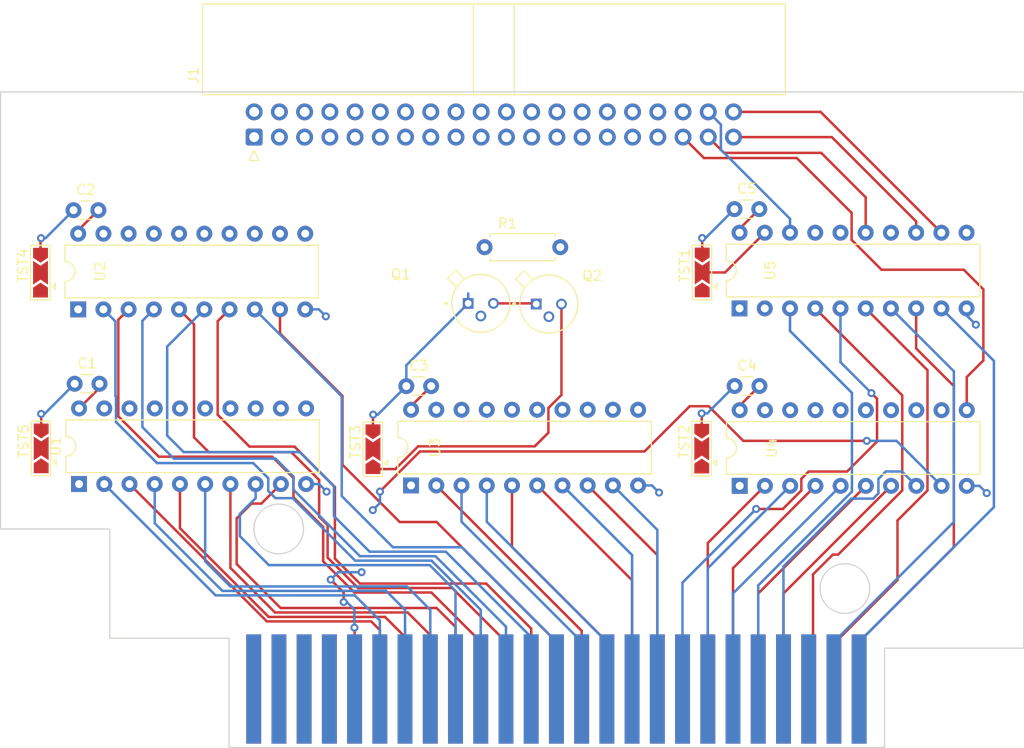
<source format=kicad_pcb>
(kicad_pcb (version 20211014) (generator pcbnew)
  (title_block (title "MSX IDC Adapter") (rev "0.1") (company "RCC") (comment 1 "Not ready for manufactoring (WIP)"))
  (layers (0 "F.Cu" signal) (31 "B.Cu" signal) (34 "B.Paste" user) (35 "F.Paste" user) (36 "B.SilkS" user "B.Silkscreen") (37 "F.SilkS" user "F.Silkscreen") (38 "B.Mask" user) (39 "F.Mask" user) (44 "Edge.Cuts" user))
  (net 0 "")
  (net 1 "GNDREF")
  (net 2 "+3.3V")
  (net 3 "{slash}C_CS1")
  (net 4 "{slash}C_CS12")
  (net 5 "{slash}C_SLTSL")
  (net 6 "C_A15")
  (net 7 "{slash}C_WAIT")
  (net 8 "{slash}C_BUSDIR")
  (net 9 "{slash}C_IORQ")
  (net 10 "+5V")
  (net 11 "C_A12")
  (net 12 "{slash}C_MREQ")
  (net 13 "C_A11")
  (net 14 "C_A10")
  (net 15 "{slash}C_RD")
  (net 16 "C_A9")
  (net 17 "{slash}C_RESET")
  (net 18 "C_A8")
  (net 19 "C_CLOCK")
  (net 20 "C_D7")
  (net 21 "C_A6")
  (net 22 "C_D6")
  (net 23 "C_D5")
  (net 24 "C_D4")
  (net 25 "C_D3")
  (net 26 "C_D2")
  (net 27 "C_D1")
  (net 28 "C_D0")
  (net 29 "Net-(TST1-Pad2)")
  (net 30 "Net-(TST2-Pad2)")
  (net 31 "Net-(TST3-Pad2)")
  (net 32 "Net-(TST4-Pad2)")
  (net 33 "Net-(TST5-Pad2)")
  (net 34 "+12V")
  (net 35 "-12V")
  (net 36 "{slash}C_M1")
  (net 37 "{slash}C_INT")
  (net 38 "{slash}C_RFSH")
  (net 39 "{slash}C_CS2")
  (net 40 "C_SOUNDIN")
  (net 41 "Net-(Q1-Pad3)")
  (net 42 "Net-(Q2-Pad3)")
  (net 45 "Net-(CONN1-Pad44)")
  (net 46 "{slash}CS1")
  (net 47 "{slash}CS2")
  (net 48 "{slash}CS12")
  (net 49 "{slash}SLTSL")
  (net 50 "{slash}RFSH")
  (net 51 "{slash}WAIT")
  (net 52 "{slash}INT")
  (net 53 "{slash}M1")
  (net 54 "{slash}BUSDIR")
  (net 55 "{slash}IORQ")
  (net 56 "{slash}MREQ")
  (net 57 "{slash}WR")
  (net 58 "{slash}RD")
  (net 59 "{slash}RESET")
  (net 60 "A9")
  (net 61 "A15")
  (net 62 "A11")
  (net 63 "A10")
  (net 64 "A7")
  (net 65 "A6")
  (net 66 "A12")
  (net 67 "A8")
  (net 68 "A14")
  (net 69 "A13")
  (net 70 "A1")
  (net 71 "A0")
  (net 72 "A3")
  (net 73 "A2")
  (net 74 "A5")
  (net 75 "A4")
  (net 76 "D1")
  (net 77 "D0")
  (net 78 "D3")
  (net 79 "D2")
  (net 80 "D5")
  (net 81 "D4")
  (net 82 "D7")
  (net 83 "D6")
  (net 84 "CLOCK")
  (net 85 "SOUNDIN")
  (net 91 "C_A7")
  (net 92 "C_A5")
  (net 93 "C_A4")
  (net 94 "C_A3")
  (net 95 "C_A2")
  (net 96 "C_A1")
  (net 97 "C_A0")
  (net 98 "C_A14")
  (net 99 "C_A13")
  (net 100 "{slash}C_WR")
  (footprint "Capacitor_THT:C_Disc_D3.0mm_W1.6mm_P2.50mm" (layer "F.Cu") (at 59.396659 49.582291)
    (fp_text reference "C1")
    (fp_text value "0.1uf")
  )
  (footprint "Capacitor_THT:C_Disc_D3.0mm_W1.6mm_P2.50mm" (layer "F.Cu") (at 92.790451 49.817853)
    (fp_text reference "C3")
    (fp_text value "0.1uf")
  )
  (footprint "Capacitor_THT:C_Disc_D3.0mm_W1.6mm_P2.50mm" (layer "F.Cu") (at 59.282166 32.103329)
    (fp_text reference "C2")
    (fp_text value "0.1uf")
  )
  (footprint "Roni Footprints:MSX_CART" (layer "F.Cu") (at 101.6 50.8)
    (fp_text reference "CONN1" hide)
    (fp_text value "MSX_BUS")
    (fp_line (start 39.34 25.4) (end 39.34 35.4) (layer "Edge.Cuts") (width 0.12))
    (fp_line (start 39.34 25.4) (end 53.34 25.4) (layer "Edge.Cuts") (width 0.12))
    (fp_line (start -26.66 35.4) (end -26.66 24.4) (layer "Edge.Cuts") (width 0.12))
    (fp_line (start 53.34 -30.6) (end 53.34 25.4) (layer "Edge.Cuts") (width 0.12))
    (fp_line (start -38.66 13.4) (end -38.66 24.4) (layer "Edge.Cuts") (width 0.12))
    (fp_line (start -26.66 35.4) (end 39.34 35.4) (layer "Edge.Cuts") (width 0.12))
    (fp_line (start -38.66 24.4) (end -26.66 24.4) (layer "Edge.Cuts") (width 0.12))
    (fp_line (start -49.66 13.4) (end -38.66 13.4) (layer "Edge.Cuts") (width 0.12))
    (fp_line (start -49.66 13.4) (end -49.66 -30.6) (layer "Edge.Cuts") (width 0.12))
    (fp_line (start 53.34 -30.6) (end -49.66 -30.6) (layer "Edge.Cuts") (width 0.12))
    (fp_circle (center -21.66 13.4) (end -19.16 13.4) (layer "Edge.Cuts") (width 0.12) (fill none))
    (fp_circle (center 35.34 19.4) (end 37.84 19.4) (layer "Edge.Cuts") (width 0.12) (fill none))
  )
  (footprint "Jumper:SolderJumper-3_P2.0mm_Open_TrianglePad1.0x1.5mm" (layer "F.Cu") (at 122.582948 38.374924 90)
    (fp_text reference "TST1")
    (fp_text value "SolderJumper_3_Open")
  )
  (footprint "Connector_IDC:IDC-Header_2x20_P2.54mm_Horizontal" (layer "F.Cu") (at 77.47 24.7475 90)
    (fp_text reference "J1")
    (fp_text value "DE1 GPIO")
  )
  (footprint "Capacitor_THT:C_Disc_D3.0mm_W1.6mm_P2.50mm" (layer "F.Cu") (at 125.825897 31.997953)
    (fp_text reference "C5")
    (fp_text value "0.1uf")
  )
  (footprint "Package_DIP:DIP-20_W7.62mm" (layer "F.Cu") (at 126.340094 41.991078 90)
    (fp_text reference "U5")
    (fp_text value "74LVC245A")
  )
  (footprint "Package_DIP:DIP-20_W7.62mm" (layer "F.Cu") (at 93.268761 59.81681 90)
    (fp_text reference "U3")
    (fp_text value "74LVC245A")
  )
  (footprint "Jumper:SolderJumper-3_P2.0mm_Open_TrianglePad1.0x1.5mm" (layer "F.Cu") (at 56.027321 56.088525 90)
    (fp_text reference "TST5")
    (fp_text value "SolderJumper_3_Open")
  )
  (footprint "Roni Footprints:TO127P584H533-3" (layer "F.Cu") (at 100.290105 41.487014)
    (fp_text reference "Q1")
    (fp_text value "2N2222")
  )
  (footprint "Jumper:SolderJumper-3_P2.0mm_Open_TrianglePad1.0x1.5mm" (layer "F.Cu") (at 55.959723 38.395333 90)
    (fp_text reference "TST4")
    (fp_text value "SolderJumper_3_Open")
  )
  (footprint "Roni Footprints:TO127P584H533-3" (layer "F.Cu") (at 107.138989 41.556597)
    (fp_text reference "Q2")
    (fp_text value "2N2222")
  )
  (footprint "Jumper:SolderJumper-3_P2.0mm_Open_TrianglePad1.0x1.5mm" (layer "F.Cu") (at 122.533841 56.113259 90)
    (fp_text reference "TST2")
    (fp_text value "SolderJumper_3_Open")
  )
  (footprint "Package_DIP:DIP-20_W7.62mm" (layer "F.Cu") (at 59.838625 59.68 90)
    (fp_text reference "U1")
    (fp_text value "74LVC245A")
  )
  (footprint "Package_DIP:DIP-20_W7.62mm" (layer "F.Cu") (at 59.751269 42.09075 90)
    (fp_text reference "U2")
    (fp_text value "74LVC245A")
  )
  (footprint "Resistor_THT:R_Axial_DIN0207_L6.3mm_D2.5mm_P7.62mm_Horizontal" (layer "F.Cu") (at 100.667727 35.829322)
    (fp_text reference "R1")
    (fp_text value "1k")
  )
  (footprint "Capacitor_THT:C_Disc_D3.0mm_W1.6mm_P2.50mm" (layer "F.Cu") (at 125.844258 49.804272)
    (fp_text reference "C4")
    (fp_text value "0.1uf")
  )
  (footprint "Jumper:SolderJumper-3_P2.0mm_Open_TrianglePad1.0x1.5mm" (layer "F.Cu") (at 89.43128 56.169656 90)
    (fp_text reference "TST3")
    (fp_text value "SolderJumper_3_Open")
  )
  (footprint "Package_DIP:DIP-20_W7.62mm" (layer "F.Cu") (at 126.356514 59.858244 90)
    (fp_text reference "U4")
    (fp_text value "74LVC245A")
  )
  (segment (start 56.027321 54.088525) (end 56.027321 52.619758) (width 0.25) (layer "F.Cu") (net 1))
  (segment (start 55.959723 36.395333) (end 55.959723 34.972833) (width 0.25) (layer "F.Cu") (net 1))
  (segment (start 89.43128 54.169656) (end 89.43128 52.707896) (width 0.25) (layer "F.Cu") (net 1))
  (segment (start 122.582948 34.920299) (end 122.571976 34.909327) (width 0.25) (layer "F.Cu") (net 1))
  (segment (start 122.533841 52.57661) (end 122.525094 52.567863) (width 0.25) (layer "F.Cu") (net 1))
  (segment (start 122.533841 54.113259) (end 122.533841 52.57661) (width 0.25) (layer "F.Cu") (net 1))
  (segment (start 122.582948 36.374924) (end 122.582948 34.920299) (width 0.25) (layer "F.Cu") (net 1))
  (segment (start 55.959723 34.972833) (end 56.010952 34.921604) (width 0.25) (layer "F.Cu") (net 1))
  (segment (start 89.43128 52.707896) (end 89.451153 52.688023) (width 0.25) (layer "F.Cu") (net 1))
  (segment (start 56.027321 52.619758) (end 56.019137 52.611574) (width 0.25) (layer "F.Cu") (net 1))
  (via (at 151.222728 60.59039) (size 0.8) (drill 0.4) (layers "F.Cu" "B.Cu") (net 1))
  (via (at 89.451153 52.688023) (size 0.8) (drill 0.4) (layers "F.Cu" "B.Cu") (net 1))
  (via (at 84.764011 60.444373) (size 0.8) (drill 0.4) (layers "F.Cu" "B.Cu") (net 1))
  (via (at 118.239558 60.536449) (size 0.8) (drill 0.4) (layers "F.Cu" "B.Cu") (net 1))
  (via (at 56.019137 52.611574) (size 0.8) (drill 0.4) (layers "F.Cu" "B.Cu") (net 1))
  (via (at 122.525094 52.567863) (size 0.8) (drill 0.4) (layers "F.Cu" "B.Cu") (net 1))
  (via (at 84.685516 42.793279) (size 0.8) (drill 0.4) (layers "F.Cu" "B.Cu") (net 1))
  (via (at 56.010952 34.921604) (size 0.8) (drill 0.4) (layers "F.Cu" "B.Cu") (net 1))
  (via (at 150.128785 43.632938) (size 0.8) (drill 0.4) (layers "F.Cu" "B.Cu") (net 1))
  (via (at 122.571976 34.909327) (size 0.8) (drill 0.4) (layers "F.Cu" "B.Cu") (net 1))
  (segment (start 92.790451 49.817853) (end 92.790451 47.716668) (width 0.25) (layer "B.Cu") (net 1))
  (segment (start 123.080667 52.567863) (end 122.525094 52.567863) (width 0.25) (layer "B.Cu") (net 1))
  (segment (start 125.825897 31.997953) (end 122.914523 34.909327) (width 0.25) (layer "B.Cu") (net 1))
  (segment (start 125.844258 49.804272) (end 123.080667 52.567863) (width 0.25) (layer "B.Cu") (net 1))
  (segment (start 117.519919 59.81681) (end 118.239558 60.536449) (width 0.25) (layer "B.Cu") (net 1))
  (segment (start 82.698625 59.68) (end 83.999638 59.68) (width 0.25) (layer "B.Cu") (net 1))
  (segment (start 89.920281 52.688023) (end 89.451153 52.688023) (width 0.25) (layer "B.Cu") (net 1))
  (segment (start 59.396659 49.582291) (end 56.367376 52.611574) (width 0.25) (layer "B.Cu") (net 1))
  (segment (start 56.463891 34.921604) (end 56.010952 34.921604) (width 0.25) (layer "B.Cu") (net 1))
  (segment (start 116.128761 59.81681) (end 117.519919 59.81681) (width 0.25) (layer "B.Cu") (net 1))
  (segment (start 56.367376 52.611574) (end 56.019137 52.611574) (width 0.25) (layer "B.Cu") (net 1))
  (segment (start 122.914523 34.909327) (end 122.571976 34.909327) (width 0.25) (layer "B.Cu") (net 1))
  (segment (start 149.216514 59.858244) (end 150.490582 59.858244) (width 0.25) (layer "B.Cu") (net 1))
  (segment (start 99.020105 41.487014) (end 99.020105 40.493133) (width 0.25) (layer "B.Cu") (net 1))
  (segment (start 82.611269 42.09075) (end 83.982987 42.09075) (width 0.25) (layer "B.Cu") (net 1))
  (segment (start 150.490582 59.858244) (end 151.222728 60.59039) (width 0.25) (layer "B.Cu") (net 1))
  (segment (start 59.282166 32.103329) (end 56.463891 34.921604) (width 0.25) (layer "B.Cu") (net 1))
  (segment (start 149.200094 42.704247) (end 150.128785 43.632938) (width 0.25) (layer "B.Cu") (net 1))
  (segment (start 83.982987 42.09075) (end 84.685516 42.793279) (width 0.25) (layer "B.Cu") (net 1))
  (segment (start 149.200094 41.991078) (end 149.200094 42.704247) (width 0.25) (layer "B.Cu") (net 1))
  (segment (start 92.790451 49.817853) (end 89.920281 52.688023) (width 0.25) (layer "B.Cu") (net 1))
  (segment (start 92.790451 47.716668) (end 99.020105 41.487014) (width 0.25) (layer "B.Cu") (net 1))
  (segment (start 83.999638 59.68) (end 84.764011 60.444373) (width 0.25) (layer "B.Cu") (net 1))
  (segment (start 61.896659 50.001966) (end 61.896659 49.582291) (width 0.25) (layer "F.Cu") (net 2))
  (segment (start 126.340094 33.983756) (end 126.340094 34.371078) (width 0.25) (layer "F.Cu") (net 2))
  (segment (start 128.344258 49.804272) (end 126.356514 51.792016) (width 0.25) (layer "F.Cu") (net 2))
  (segment (start 126.356514 51.792016) (end 126.356514 52.238244) (width 0.25) (layer "F.Cu") (net 2))
  (segment (start 59.751269 34.134226) (end 59.751269 34.47075) (width 0.25) (layer "F.Cu") (net 2))
  (segment (start 128.325897 31.997953) (end 126.340094 33.983756) (width 0.25) (layer "F.Cu") (net 2))
  (segment (start 61.782166 32.103329) (end 59.751269 34.134226) (width 0.25) (layer "F.Cu") (net 2))
  (segment (start 59.838625 52.06) (end 61.896659 50.001966) (width 0.25) (layer "F.Cu") (net 2))
  (segment (start 95.290451 49.817853) (end 93.268761 51.839543) (width 0.25) (layer "F.Cu") (net 2))
  (segment (start 93.268761 51.839543) (end 93.268761 52.19681) (width 0.25) (layer "F.Cu") (net 2))
  (segment (start 139.040094 34.371078) (end 139.040094 30.810604) (width 0.25) (layer "F.Cu") (net 5))
  (segment (start 124.77646 26.33396) (end 123.19 24.7475) (width 0.25) (layer "F.Cu") (net 5))
  (segment (start 139.040094 30.810604) (end 134.56345 26.33396) (width 0.25) (layer "F.Cu") (net 5))
  (segment (start 134.56345 26.33396) (end 124.77646 26.33396) (width 0.25) (layer "F.Cu") (net 5))
  (segment (start 144.120094 34.371078) (end 144.120094 33.239708) (width 0.25) (layer "F.Cu") (net 7))
  (segment (start 135.627886 24.7475) (end 125.73 24.7475) (width 0.25) (layer "F.Cu") (net 7))
  (segment (start 144.120094 33.239708) (end 135.627886 24.7475) (width 0.25) (layer "F.Cu") (net 7))
  (segment (start 149.216514 48.903486) (end 149.216514 52.238244) (width 0.25) (layer "F.Cu") (net 19))
  (segment (start 148.910924 38.1) (end 150.887263 40.076339) (width 0.25) (layer "F.Cu") (net 19))
  (segment (start 120.65 24.7475) (end 122.756 26.8535) (width 0.25) (layer "F.Cu") (net 19))
  (segment (start 150.887263 40.076339) (end 150.887263 47.232737) (width 0.25) (layer "F.Cu") (net 19))
  (segment (start 137.625094 35.094906) (end 140.630188 38.1) (width 0.25) (layer "F.Cu") (net 19))
  (segment (start 137.625094 32.380179) (end 137.625094 35.094906) (width 0.25) (layer "F.Cu") (net 19))
  (segment (start 132.098415 26.8535) (end 137.625094 32.380179) (width 0.25) (layer "F.Cu") (net 19))
  (segment (start 140.630188 38.1) (end 148.910924 38.1) (width 0.25) (layer "F.Cu") (net 19))
  (segment (start 122.756 26.8535) (end 132.098415 26.8535) (width 0.25) (layer "F.Cu") (net 19))
  (segment (start 150.887263 47.232737) (end 149.216514 48.903486) (width 0.25) (layer "F.Cu") (net 19))
  (segment (start 128.880094 34.371078) (end 124.876248 38.374924) (width 0.25) (layer "F.Cu") (net 29))
  (segment (start 124.876248 38.374924) (end 122.582948 38.374924) (width 0.25) (layer "F.Cu") (net 29))
  (segment (start 146.660094 34.371078) (end 134.496516 22.2075) (width 0.25) (layer "F.Cu") (net 39))
  (segment (start 134.496516 22.2075) (end 125.73 22.2075) (width 0.25) (layer "F.Cu") (net 39))
  (segment (start 124.46 26.008944) (end 124.46 23.4775) (width 0.25) (layer "B.Cu") (net 40))
  (segment (start 131.420094 32.969038) (end 124.46 26.008944) (width 0.25) (layer "B.Cu") (net 40))
  (segment (start 131.420094 34.371078) (end 131.420094 32.969038) (width 0.25) (layer "B.Cu") (net 40))
  (segment (start 124.46 23.4775) (end 123.19 22.2075) (width 0.25) (layer "B.Cu") (net 40))
  (segment (start 101.560105 41.487014) (end 105.799406 41.487014) (width 0.25) (layer "F.Cu") (net 41))
  (segment (start 105.799406 41.487014) (end 105.868989 41.556597) (width 0.25) (layer "F.Cu") (net 41))
  (segment (start 105.71972 55.88) (end 93.98 55.88) (width 0.25) (layer "F.Cu") (net 42))
  (segment (start 93.98 55.88) (end 91.690344 58.169656) (width 0.25) (layer "F.Cu") (net 42))
  (segment (start 91.690344 58.169656) (end 89.43128 58.169656) (width 0.25) (layer "F.Cu") (net 42))
  (segment (start 107.093761 54.505959) (end 105.71972 55.88) (width 0.25) (layer "F.Cu") (net 42))
  (segment (start 108.408989 41.556597) (end 108.408989 50.705591) (width 0.25) (layer "F.Cu") (net 42))
  (segment (start 107.093761 52.020819) (end 107.093761 54.505959) (width 0.25) (layer "F.Cu") (net 42))
  (segment (start 108.408989 50.705591) (end 107.093761 52.020819) (width 0.25) (layer "F.Cu") (net 42))
  (segment (start 138.382025 75.564405) (end 151.947728 61.998702) (width 0.25) (layer "B.Cu") (net 46))
  (segment (start 151.947728 47.278712) (end 146.660094 41.991078) (width 0.25) (layer "B.Cu") (net 46))
  (segment (start 138.382025 80.314405) (end 138.382025 75.564405) (width 0.25) (layer "B.Cu") (net 46))
  (segment (start 151.947728 61.998702) (end 151.947728 47.278712) (width 0.25) (layer "B.Cu") (net 46))
  (segment (start 138.382025 75.564405) (end 147.911333 66.035097) (width 0.25) (layer "F.Cu") (net 47))
  (segment (start 147.911333 66.035097) (end 147.911333 49.814336) (width 0.25) (layer "F.Cu") (net 47))
  (segment (start 138.382025 80.314405) (end 138.382025 75.564405) (width 0.25) (layer "F.Cu") (net 47))
  (segment (start 147.911333 49.814336) (end 144.120094 46.023097) (width 0.25) (layer "F.Cu") (net 47))
  (segment (start 144.120094 46.023097) (end 144.120094 41.991078) (width 0.25) (layer "F.Cu") (net 47))
  (segment (start 135.842025 80.314405) (end 135.842025 75.564405) (width 0.25) (layer "B.Cu") (net 48))
  (segment (start 135.842025 75.564405) (end 147.917789 63.488641) (width 0.25) (layer "B.Cu") (net 48))
  (segment (start 147.917789 63.488641) (end 147.917789 48.328773) (width 0.25) (layer "B.Cu") (net 48))
  (segment (start 147.917789 48.328773) (end 141.580094 41.991078) (width 0.25) (layer "B.Cu") (net 48))
  (segment (start 142.24 69.345446) (end 135.842025 75.743421) (width 0.25) (layer "F.Cu") (net 49))
  (segment (start 145.261514 48.212498) (end 145.261514 60.324235) (width 0.25) (layer "F.Cu") (net 49))
  (segment (start 135.842025 75.743421) (end 135.842025 80.314405) (width 0.25) (layer "F.Cu") (net 49))
  (segment (start 139.040094 41.991078) (end 145.261514 48.212498) (width 0.25) (layer "F.Cu") (net 49))
  (segment (start 142.24 63.345749) (end 142.24 69.345446) (width 0.25) (layer "F.Cu") (net 49))
  (segment (start 145.261514 60.324235) (end 142.24 63.345749) (width 0.25) (layer "F.Cu") (net 49))
  (segment (start 133.736719 68.774613) (end 135.729646 66.781686) (width 0.25) (layer "F.Cu") (net 50))
  (segment (start 133.736719 79.879711) (end 133.736719 68.774613) (width 0.25) (layer "F.Cu") (net 50))
  (segment (start 135.729646 66.781686) (end 136.264063 66.781686) (width 0.25) (layer "F.Cu") (net 50))
  (segment (start 142.721514 60.324235) (end 142.721514 50.752498) (width 0.25) (layer "F.Cu") (net 50))
  (segment (start 136.264063 66.781686) (end 142.721514 60.324235) (width 0.25) (layer "F.Cu") (net 50))
  (segment (start 142.721514 50.752498) (end 133.960094 41.991078) (width 0.25) (layer "F.Cu") (net 50))
  (segment (start 133.302025 80.314405) (end 133.736719 79.879711) (width 0.25) (layer "F.Cu") (net 50))
  (segment (start 144.136514 59.858244) (end 142.690085 58.411815) (width 0.25) (layer "B.Cu") (net 51))
  (segment (start 140.322026 60.367924) (end 140.322026 60.62034) (width 0.25) (layer "B.Cu") (net 51))
  (segment (start 140.322026 60.62034) (end 139.798214 61.144152) (width 0.25) (layer "B.Cu") (net 51))
  (segment (start 134.927365 63.807366) (end 133.955539 64.779192) (width 0.25) (layer "B.Cu") (net 51))
  (segment (start 141.746138 58.411815) (end 141.06682 58.411815) (width 0.25) (layer "B.Cu") (net 51))
  (segment (start 140.42024 59.058395) (end 140.322026 59.156609) (width 0.25) (layer "B.Cu") (net 51))
  (segment (start 141.06682 58.411815) (end 140.42024 59.058395) (width 0.25) (layer "B.Cu") (net 51))
  (segment (start 134.269235 64.465496) (end 130.762025 67.972706) (width 0.25) (layer "B.Cu") (net 51))
  (segment (start 130.762025 67.972706) (end 130.762025 80.314405) (width 0.25) (layer "B.Cu") (net 51))
  (segment (start 142.690085 58.411815) (end 141.746138 58.411815) (width 0.25) (layer "B.Cu") (net 51))
  (segment (start 139.798214 61.144152) (end 137.590579 61.144152) (width 0.25) (layer "B.Cu") (net 51))
  (segment (start 140.322026 59.156609) (end 140.322026 60.367924) (width 0.25) (layer "B.Cu") (net 51))
  (segment (start 137.590579 61.144152) (end 134.927365 63.807366) (width 0.25) (layer "B.Cu") (net 51))
  (segment (start 141.596514 59.858244) (end 130.762025 70.692733) (width 0.25) (layer "F.Cu") (net 52))
  (segment (start 130.762025 70.692733) (end 130.762025 80.314405) (width 0.25) (layer "F.Cu") (net 52))
  (segment (start 128.222025 80.314405) (end 128.222025 69.87631) (width 0.25) (layer "B.Cu") (net 53))
  (segment (start 137.656341 60.441994) (end 137.656341 50.498002) (width 0.25) (layer "B.Cu") (net 53))
  (segment (start 131.420094 44.261755) (end 131.420094 41.991078) (width 0.25) (layer "B.Cu") (net 53))
  (segment (start 137.656341 50.498002) (end 131.420094 44.261755) (width 0.25) (layer "B.Cu") (net 53))
  (segment (start 128.222025 69.87631) (end 137.656341 60.441994) (width 0.25) (layer "B.Cu") (net 53))
  (segment (start 128.222025 70.692733) (end 128.222025 80.314405) (width 0.25) (layer "F.Cu") (net 54))
  (segment (start 139.056514 59.858244) (end 128.222025 70.692733) (width 0.25) (layer "F.Cu") (net 54))
  (segment (start 136.516514 59.858244) (end 125.682025 70.692733) (width 0.25) (layer "B.Cu") (net 55))
  (segment (start 125.682025 70.692733) (end 125.682025 80.314405) (width 0.25) (layer "B.Cu") (net 55))
  (segment (start 125.682025 68.152733) (end 125.682025 80.314405) (width 0.25) (layer "F.Cu") (net 56))
  (segment (start 133.976514 59.858244) (end 125.682025 68.152733) (width 0.25) (layer "F.Cu") (net 56))
  (segment (start 123.142025 68.152733) (end 123.142025 80.314405) (width 0.25) (layer "B.Cu") (net 57))
  (segment (start 131.436514 59.858244) (end 123.142025 68.152733) (width 0.25) (layer "B.Cu") (net 57))
  (segment (start 123.142025 65.612733) (end 123.142025 80.314405) (width 0.25) (layer "F.Cu") (net 58))
  (segment (start 128.896514 59.858244) (end 123.142025 65.612733) (width 0.25) (layer "F.Cu") (net 58))
  (segment (start 137.16 58.42) (end 133.29671 58.42) (width 0.25) (layer "F.Cu") (net 59))
  (segment (start 132.561514 60.324235) (end 130.699371 62.186378) (width 0.25) (layer "F.Cu") (net 59))
  (segment (start 133.29671 58.42) (end 132.561514 59.155196) (width 0.25) (layer "F.Cu") (net 59))
  (segment (start 139.61974 50.522466) (end 140.181514 51.08424) (width 0.25) (layer "F.Cu") (net 59))
  (segment (start 132.561514 59.155196) (end 132.561514 60.324235) (width 0.25) (layer "F.Cu") (net 59))
  (segment (start 140.181514 55.398486) (end 137.16 58.42) (width 0.25) (layer "F.Cu") (net 59))
  (segment (start 140.181514 51.08424) (end 140.181514 55.398486) (width 0.25) (layer "F.Cu") (net 59))
  (segment (start 130.699371 62.186378) (end 128.008004 62.186378) (width 0.25) (layer "F.Cu") (net 59))
  (via (at 128.008004 62.186378) (size 0.8) (drill 0.4) (layers "F.Cu" "B.Cu") (net 59))
  (via (at 139.61974 50.522466) (size 0.8) (drill 0.4) (layers "F.Cu" "B.Cu") (net 59))
  (segment (start 120.602025 80.314405) (end 120.602025 75.564405) (width 0.25) (layer "B.Cu") (net 59))
  (segment (start 120.594102 75.556482) (end 120.594102 69.60028) (width 0.25) (layer "B.Cu") (net 59))
  (segment (start 136.500094 47.40282) (end 139.61974 50.522466) (width 0.25) (layer "B.Cu") (net 59))
  (segment (start 136.500094 41.991078) (end 136.500094 47.40282) (width 0.25) (layer "B.Cu") (net 59))
  (segment (start 120.594102 69.60028) (end 128.008004 62.186378) (width 0.25) (layer "B.Cu") (net 59))
  (segment (start 120.602025 75.564405) (end 120.594102 75.556482) (width 0.25) (layer "B.Cu") (net 59))
  (segment (start 113.588761 59.81681) (end 118.062025 64.290074) (width 0.25) (layer "B.Cu") (net 60))
  (segment (start 118.062025 64.290074) (end 118.062025 80.314405) (width 0.25) (layer "B.Cu") (net 60))
  (segment (start 118.062025 66.830074) (end 111.048761 59.81681) (width 0.25) (layer "F.Cu") (net 61))
  (segment (start 118.062025 80.314405) (end 118.062025 66.830074) (width 0.25) (layer "F.Cu") (net 61))
  (segment (start 115.522025 80.314405) (end 115.522025 66.830074) (width 0.25) (layer "B.Cu") (net 62))
  (segment (start 115.522025 66.830074) (end 108.508761 59.81681) (width 0.25) (layer "B.Cu") (net 62))
  (segment (start 115.522025 80.314405) (end 115.522025 69.370074) (width 0.25) (layer "F.Cu") (net 63))
  (segment (start 115.522025 69.370074) (end 105.968761 59.81681) (width 0.25) (layer "F.Cu") (net 63))
  (segment (start 100.888761 63.471141) (end 100.888761 59.81681) (width 0.25) (layer "B.Cu") (net 64))
  (segment (start 112.982025 75.564405) (end 100.888761 63.471141) (width 0.25) (layer "B.Cu") (net 64))
  (segment (start 112.982025 80.314405) (end 112.982025 75.564405) (width 0.25) (layer "B.Cu") (net 64))
  (segment (start 112.982025 80.314405) (end 112.982025 75.564405) (width 0.25) (layer "F.Cu") (net 65))
  (segment (start 112.982025 75.564405) (end 103.428761 66.011141) (width 0.25) (layer "F.Cu") (net 65))
  (segment (start 103.428761 66.011141) (end 103.428761 59.81681) (width 0.25) (layer "F.Cu") (net 65))
  (segment (start 110.442025 80.314405) (end 110.442025 75.564405) (width 0.25) (layer "B.Cu") (net 66))
  (segment (start 98.348761 63.471141) (end 98.348761 59.81681) (width 0.25) (layer "B.Cu") (net 66))
  (segment (start 110.442025 75.564405) (end 98.348761 63.471141) (width 0.25) (layer "B.Cu") (net 66))
  (segment (start 110.442025 74.450074) (end 95.808761 59.81681) (width 0.25) (layer "F.Cu") (net 67))
  (segment (start 110.442025 80.314405) (end 110.442025 74.450074) (width 0.25) (layer "F.Cu") (net 67))
  (segment (start 98.37762 66.04) (end 91.44 66.04) (width 0.25) (layer "B.Cu") (net 68))
  (segment (start 86.285725 50.833608) (end 86.202856 50.750739) (width 0.25) (layer "B.Cu") (net 68))
  (segment (start 107.902025 75.564405) (end 98.37762 66.04) (width 0.25) (layer "B.Cu") (net 68))
  (segment (start 86.285725 60.885725) (end 86.285725 50.833608) (width 0.25) (layer "B.Cu") (net 68))
  (segment (start 107.902025 80.314405) (end 107.902025 75.564405) (width 0.25) (layer "B.Cu") (net 68))
  (segment (start 86.202856 50.750739) (end 86.191258 50.750739) (width 0.25) (layer "B.Cu") (net 68))
  (segment (start 91.44 66.04) (end 86.285725 60.885725) (width 0.25) (layer "B.Cu") (net 68))
  (segment (start 86.191258 50.750739) (end 77.531269 42.09075) (width 0.25) (layer "B.Cu") (net 68))
  (segment (start 80.071269 44.511269) (end 80.071269 42.09075) (width 0.25) (layer "F.Cu") (net 69))
  (segment (start 95.83762 63.5) (end 92.124051 63.5) (width 0.25) (layer "F.Cu") (net 69))
  (segment (start 86.36 57.735949) (end 86.36 50.8) (width 0.25) (layer "F.Cu") (net 69))
  (segment (start 86.36 50.8) (end 80.071269 44.511269) (width 0.25) (layer "F.Cu") (net 69))
  (segment (start 92.124051 63.5) (end 86.36 57.735949) (width 0.25) (layer "F.Cu") (net 69))
  (segment (start 107.902025 75.564405) (end 95.83762 63.5) (width 0.25) (layer "F.Cu") (net 69))
  (segment (start 107.902025 80.314405) (end 107.902025 75.564405) (width 0.25) (layer "F.Cu") (net 69))
  (segment (start 89.092186 66.49) (end 85.502386 62.9002) (width 0.25) (layer "B.Cu") (net 70))
  (segment (start 85.502386 59.907721) (end 82.054745 56.46008) (width 0.25) (layer "B.Cu") (net 70))
  (segment (start 70.370269 56.46008) (end 68.712896 54.802707) (width 0.25) (layer "B.Cu") (net 70))
  (segment (start 105.362025 80.314405) (end 105.307986 80.260366) (width 0.25) (layer "B.Cu") (net 70))
  (segment (start 105.307986 80.260366) (end 105.307986 75.031244) (width 0.25) (layer "B.Cu") (net 70))
  (segment (start 96.766742 66.49) (end 89.092186 66.49) (width 0.25) (layer "B.Cu") (net 70))
  (segment (start 68.712896 54.802707) (end 68.712896 45.829123) (width 0.25) (layer "B.Cu") (net 70))
  (segment (start 68.712896 45.829123) (end 72.451269 42.09075) (width 0.25) (layer "B.Cu") (net 70))
  (segment (start 82.054745 56.46008) (end 70.370269 56.46008) (width 0.25) (layer "B.Cu") (net 70))
  (segment (start 85.502386 62.9002) (end 85.502386 59.907721) (width 0.25) (layer "B.Cu") (net 70))
  (segment (start 105.307986 75.031244) (end 96.766742 66.49) (width 0.25) (layer "B.Cu") (net 70))
  (segment (start 105.362025 74.231583) (end 105.362025 80.314405) (width 0.25) (layer "F.Cu") (net 71))
  (segment (start 76.999759 55.908927) (end 81.532519 55.908927) (width 0.25) (layer "F.Cu") (net 71))
  (segment (start 100.828216 69.697774) (end 105.362025 74.231583) (width 0.25) (layer "F.Cu") (net 71))
  (segment (start 74.991269 42.09075) (end 73.79681 43.285209) (width 0.25) (layer "F.Cu") (net 71))
  (segment (start 73.79681 43.285209) (end 73.79681 52.705978) (width 0.25) (layer "F.Cu") (net 71))
  (segment (start 85.598836 67.18244) (end 88.11417 69.697774) (width 0.25) (layer "F.Cu") (net 71))
  (segment (start 88.11417 69.697774) (end 100.828216 69.697774) (width 0.25) (layer "F.Cu") (net 71))
  (segment (start 73.79681 52.705978) (end 76.999759 55.908927) (width 0.25) (layer "F.Cu") (net 71))
  (segment (start 81.532519 55.908927) (end 85.598836 59.975244) (width 0.25) (layer "F.Cu") (net 71))
  (segment (start 85.598836 59.975244) (end 85.598836 67.18244) (width 0.25) (layer "F.Cu") (net 71))
  (segment (start 81.426017 60.248008) (end 88.118009 66.94) (width 0.25) (layer "B.Cu") (net 72))
  (segment (start 102.822025 74.036918) (end 102.822025 80.314405) (width 0.25) (layer "B.Cu") (net 72))
  (segment (start 81.426017 58.922506) (end 81.426017 60.248008) (width 0.25) (layer "B.Cu") (net 72))
  (segment (start 66.216194 43.245825) (end 66.216194 53.946957) (width 0.25) (layer "B.Cu") (net 72))
  (segment (start 88.118009 66.94) (end 95.725107 66.94) (width 0.25) (layer "B.Cu") (net 72))
  (segment (start 67.371269 42.09075) (end 66.216194 43.245825) (width 0.25) (layer "B.Cu") (net 72))
  (segment (start 66.216194 53.946957) (end 69.385536 57.116299) (width 0.25) (layer "B.Cu") (net 72))
  (segment (start 79.61981 57.116299) (end 81.426017 58.922506) (width 0.25) (layer "B.Cu") (net 72))
  (segment (start 69.385536 57.116299) (end 79.61981 57.116299) (width 0.25) (layer "B.Cu") (net 72))
  (segment (start 95.725107 66.94) (end 102.822025 74.036918) (width 0.25) (layer "B.Cu") (net 72))
  (segment (start 72.908965 56.474451) (end 71.413625 54.979111) (width 0.25) (layer "F.Cu") (net 73))
  (segment (start 87.927774 70.147774) (end 84.8665 67.0865) (width 0.25) (layer "F.Cu") (net 73))
  (segment (start 84.8665 67.0865) (end 84.8665 63.823322) (width 0.25) (layer "F.Cu") (net 73))
  (segment (start 84.01336 59.2737) (end 81.214111 56.474451) (width 0.25) (layer "F.Cu") (net 73))
  (segment (start 84.8665 63.823322) (end 84.01336 62.970182) (width 0.25) (layer "F.Cu") (net 73))
  (segment (start 84.01336 62.970182) (end 84.01336 59.2737) (width 0.25) (layer "F.Cu") (net 73))
  (segment (start 71.413625 54.979111) (end 71.413625 43.593106) (width 0.25) (layer "F.Cu") (net 73))
  (segment (start 81.214111 56.474451) (end 72.908965 56.474451) (width 0.25) (layer "F.Cu") (net 73))
  (segment (start 71.413625 43.593106) (end 69.911269 42.09075) (width 0.25) (layer "F.Cu") (net 73))
  (segment (start 97.405394 70.147774) (end 87.927774 70.147774) (width 0.25) (layer "F.Cu") (net 73))
  (segment (start 102.822025 75.564405) (end 97.405394 70.147774) (width 0.25) (layer "F.Cu") (net 73))
  (segment (start 102.822025 80.314405) (end 102.822025 75.564405) (width 0.25) (layer "F.Cu") (net 73))
  (segment (start 63.561076 50.861076) (end 63.561076 53.430003) (width 0.25) (layer "B.Cu") (net 74))
  (segment (start 95.33 67.39) (end 100.282025 72.342025) (width 0.25) (layer "B.Cu") (net 74))
  (segment (start 78.888626 60.373321) (end 79.612958 61.097653) (width 0.25) (layer "B.Cu") (net 74))
  (segment (start 67.697372 57.566299) (end 77.370672 57.566299) (width 0.25) (layer "B.Cu") (net 74))
  (segment (start 78.888626 59.084253) (end 78.888626 60.373321) (width 0.25) (layer "B.Cu") (net 74))
  (segment (start 77.370672 57.566299) (end 78.888626 59.084253) (width 0.25) (layer "B.Cu") (net 74))
  (segment (start 87.639639 67.39) (end 95.33 67.39) (width 0.25) (layer "B.Cu") (net 74))
  (segment (start 62.291269 42.09075) (end 63.5 43.299481) (width 0.25) (layer "B.Cu") (net 74))
  (segment (start 63.561076 53.430003) (end 67.697372 57.566299) (width 0.25) (layer "B.Cu") (net 74))
  (segment (start 79.612958 61.097653) (end 81.347292 61.097653) (width 0.25) (layer "B.Cu") (net 74))
  (segment (start 100.282025 72.342025) (end 100.282025 80.314405) (width 0.25) (layer "B.Cu") (net 74))
  (segment (start 63.5 43.299481) (end 63.5 50.8) (width 0.25) (layer "B.Cu") (net 74))
  (segment (start 81.347292 61.097653) (end 87.639639 67.39) (width 0.25) (layer "B.Cu") (net 74))
  (segment (start 63.5 50.8) (end 63.561076 50.861076) (width 0.25) (layer "B.Cu") (net 74))
  (segment (start 81.426553 59.070672) (end 79.280332 56.924451) (width 0.25) (layer "F.Cu") (net 75))
  (segment (start 100.282025 80.314405) (end 100.282025 75.564405) (width 0.25) (layer "F.Cu") (net 75))
  (segment (start 63.793625 43.128394) (end 64.831269 42.09075) (width 0.25) (layer "F.Cu") (net 75))
  (segment (start 100.282025 75.564405) (end 95.315394 70.597774) (width 0.25) (layer "F.Cu") (net 75))
  (segment (start 81.426553 61.019771) (end 81.426553 59.070672) (width 0.25) (layer "F.Cu") (net 75))
  (segment (start 87.557297 70.597774) (end 84.4165 67.456977) (width 0.25) (layer "F.Cu") (net 75))
  (segment (start 84.4165 64.009718) (end 81.426553 61.019771) (width 0.25) (layer "F.Cu") (net 75))
  (segment (start 63.793625 52.855428) (end 63.793625 43.128394) (width 0.25) (layer "F.Cu") (net 75))
  (segment (start 95.315394 70.597774) (end 87.557297 70.597774) (width 0.25) (layer "F.Cu") (net 75))
  (segment (start 79.280332 56.924451) (end 67.862648 56.924451) (width 0.25) (layer "F.Cu") (net 75))
  (segment (start 67.862648 56.924451) (end 63.793625 52.855428) (width 0.25) (layer "F.Cu") (net 75))
  (segment (start 84.4165 67.456977) (end 84.4165 64.009718) (width 0.25) (layer "F.Cu") (net 75))
  (segment (start 97.742025 70.438421) (end 95.143604 67.84) (width 0.25) (layer "B.Cu") (net 76))
  (segment (start 97.742025 80.314405) (end 97.742025 70.438421) (width 0.25) (layer "B.Cu") (net 76))
  (segment (start 76.030349 62.68382) (end 77.618625 61.095544) (width 0.25) (layer "B.Cu") (net 76))
  (segment (start 77.618625 61.095544) (end 77.618625 59.68) (width 0.25) (layer "B.Cu") (net 76))
  (segment (start 78.951072 67.84) (end 76.030349 64.919277) (width 0.25) (layer "B.Cu") (net 76))
  (segment (start 76.030349 64.919277) (end 76.030349 62.68382) (width 0.25) (layer "B.Cu") (net 76))
  (segment (start 95.143604 67.84) (end 78.951072 67.84) (width 0.25) (layer "B.Cu") (net 76))
  (segment (start 77.199104 61.64405) (end 78.194575 61.64405) (width 0.25) (layer "F.Cu") (net 77))
  (segment (start 95.832388 72.156209) (end 80.128784 72.156209) (width 0.25) (layer "F.Cu") (net 77))
  (segment (start 97.742025 80.314405) (end 97.742025 74.065846) (width 0.25) (layer "F.Cu") (net 77))
  (segment (start 75.707469 63.135685) (end 77.199104 61.64405) (width 0.25) (layer "F.Cu") (net 77))
  (segment (start 97.742025 74.065846) (end 95.832388 72.156209) (width 0.25) (layer "F.Cu") (net 77))
  (segment (start 75.707469 67.734894) (end 75.707469 63.135685) (width 0.25) (layer "F.Cu") (net 77))
  (segment (start 78.194575 61.64405) (end 80.158625 59.68) (width 0.25) (layer "F.Cu") (net 77))
  (segment (start 80.128784 72.156209) (end 75.707469 67.734894) (width 0.25) (layer "F.Cu") (net 77))
  (segment (start 72.538625 59.68) (end 72.538625 67.458625) (width 0.25) (layer "B.Cu") (net 78))
  (segment (start 95.202025 72.342025) (end 95.202025 80.314405) (width 0.25) (layer "B.Cu") (net 78))
  (segment (start 72.538625 67.458625) (end 75.067814 69.987814) (width 0.25) (layer "B.Cu") (net 78))
  (segment (start 92.847814 69.987814) (end 95.202025 72.342025) (width 0.25) (layer "B.Cu") (net 78))
  (segment (start 75.067814 69.987814) (end 92.847814 69.987814) (width 0.25) (layer "B.Cu") (net 78))
  (segment (start 92.926209 72.606209) (end 95.202025 74.882025) (width 0.25) (layer "F.Cu") (net 79))
  (segment (start 95.202025 74.882025) (end 95.202025 80.314405) (width 0.25) (layer "F.Cu") (net 79))
  (segment (start 75.078625 59.68) (end 75.078625 68.120621) (width 0.25) (layer "F.Cu") (net 79))
  (segment (start 75.078625 68.120621) (end 79.564213 72.606209) (width 0.25) (layer "F.Cu") (net 79))
  (segment (start 79.564213 72.606209) (end 92.926209 72.606209) (width 0.25) (layer "F.Cu") (net 79))
  (segment (start 67.458625 63.625568) (end 74.270871 70.437814) (width 0.25) (layer "B.Cu") (net 80))
  (segment (start 92.662025 72.342025) (end 92.662025 80.314405) (width 0.25) (layer "B.Cu") (net 80))
  (segment (start 74.270871 70.437814) (end 90.757814 70.437814) (width 0.25) (layer "B.Cu") (net 80))
  (segment (start 90.757814 70.437814) (end 92.662025 72.342025) (width 0.25) (layer "B.Cu") (net 80))
  (segment (start 67.458625 59.68) (end 67.458625 63.625568) (width 0.25) (layer "B.Cu") (net 80))
  (segment (start 78.93123 73.056209) (end 90.645458 73.056209) (width 0.25) (layer "F.Cu") (net 81))
  (segment (start 92.662025 75.072776) (end 92.662025 80.314405) (width 0.25) (layer "F.Cu") (net 81))
  (segment (start 69.998625 64.123604) (end 78.93123 73.056209) (width 0.25) (layer "F.Cu") (net 81))
  (segment (start 90.645458 73.056209) (end 92.662025 75.072776) (width 0.25) (layer "F.Cu") (net 81))
  (segment (start 69.998625 59.68) (end 69.998625 64.123604) (width 0.25) (layer "F.Cu") (net 81))
  (segment (start 62.378625 59.68) (end 73.586439 70.887814) (width 0.25) (layer "B.Cu") (net 82))
  (segment (start 73.586439 70.887814) (end 87.598732 70.887814) (width 0.25) (layer "B.Cu") (net 82))
  (segment (start 87.598732 70.887814) (end 90.122025 73.411107) (width 0.25) (layer "B.Cu") (net 82))
  (segment (start 90.122025 73.411107) (end 90.122025 80.314405) (width 0.25) (layer "B.Cu") (net 82))
  (segment (start 90.122025 80.314405) (end 90.127683 80.308747) (width 0.25) (layer "F.Cu") (net 83))
  (segment (start 90.127683 74.384333) (end 89.249559 73.506209) (width 0.25) (layer "F.Cu") (net 83))
  (segment (start 89.249559 73.506209) (end 78.744834 73.506209) (width 0.25) (layer "F.Cu") (net 83))
  (segment (start 64.918625 59.68) (end 78.36246 73.123836) (width 0.25) (layer "F.Cu") (net 83))
  (segment (start 90.127683 80.308747) (end 90.127683 74.384333) (width 0.25) (layer "F.Cu") (net 83))
  (segment (start 78.744834 73.506209) (end 78.36246 73.123836) (width 0.25) (layer "F.Cu") (net 83))
  (segment (start 123.231265 51.842863) (end 121.324473 51.842863) (width 0.25) (layer "F.Cu") (net 84))
  (segment (start 139.15276 55.328846) (end 126.717248 55.328846) (width 0.25) (layer "F.Cu") (net 84))
  (segment (start 87.582025 74.158996) (end 87.561825 74.138796) (width 0.25) (layer "F.Cu") (net 84))
  (segment (start 121.324473 51.842863) (end 116.77171 56.395626) (width 0.25) (layer "F.Cu") (net 84))
  (segment (start 87.582025 80.314405) (end 87.582025 74.158996) (width 0.25) (layer "F.Cu") (net 84))
  (segment (start 94.16024 56.395626) (end 90.137811 60.418055) (width 0.25) (layer "F.Cu") (net 84))
  (segment (start 90.137811 60.418055) (end 90.137811 60.436469) (width 0.25) (layer "F.Cu") (net 84))
  (segment (start 86.481463 70.603068) (end 85.180119 69.301724) (width 0.25) (layer "F.Cu") (net 84))
  (segment (start 126.717248 55.328846) (end 123.231265 51.842863) (width 0.25) (layer "F.Cu") (net 84))
  (segment (start 116.77171 56.395626) (end 94.16024 56.395626) (width 0.25) (layer "F.Cu") (net 84))
  (segment (start 86.481463 71.560661) (end 86.481463 70.603068) (width 0.25) (layer "F.Cu") (net 84))
  (via (at 90.137811 60.436469) (size 0.8) (drill 0.4) (layers "F.Cu" "B.Cu") (net 84))
  (via (at 85.180119 69.301724) (size 0.8) (drill 0.4) (layers "F.Cu" "B.Cu") (net 84))
  (via (at 88.288383 68.553681) (size 0.8) (drill 0.4) (layers "F.Cu" "B.Cu") (net 84))
  (via (at 86.481463 71.560661) (size 0.8) (drill 0.4) (layers "F.Cu" "B.Cu") (net 84))
  (via (at 89.415626 62.304313) (size 0.8) (drill 0.4) (layers "F.Cu" "B.Cu") (net 84))
  (via (at 139.15276 55.328846) (size 0.8) (drill 0.4) (layers "F.Cu" "B.Cu") (net 84))
  (via (at 87.561825 74.138796) (size 0.8) (drill 0.4) (layers "F.Cu" "B.Cu") (net 84))
  (segment (start 86.800661 71.560661) (end 86.481463 71.560661) (width 0.25) (layer "B.Cu") (net 84))
  (segment (start 146.676514 59.858244) (end 143.739135 56.920865) (width 0.25) (layer "B.Cu") (net 84))
  (segment (start 85.180119 69.301724) (end 85.928162 68.553681) (width 0.25) (layer "B.Cu") (net 84))
  (segment (start 87.561825 74.138796) (end 87.561825 72.321825) (width 0.25) (layer "B.Cu") (net 84))
  (segment (start 90.137811 60.436469) (end 90.137811 61.582128) (width 0.25) (layer "B.Cu") (net 84))
  (segment (start 143.739135 56.920865) (end 142.147116 55.328846) (width 0.25) (layer "B.Cu") (net 84))
  (segment (start 90.137811 61.582128) (end 89.415626 62.304313) (width 0.25) (layer "B.Cu") (net 84))
  (segment (start 142.147116 55.328846) (end 139.15276 55.328846) (width 0.25) (layer "B.Cu") (net 84))
  (segment (start 143.739135 56.920865) (end 143.693997 56.875727) (width 0.25) (layer "B.Cu") (net 84))
  (segment (start 85.928162 68.553681) (end 88.288383 68.553681) (width 0.25) (layer "B.Cu") (net 84))
  (segment (start 87.561825 72.321825) (end 86.800661 71.560661) (width 0.25) (layer "B.Cu") (net 84))
)
</source>
